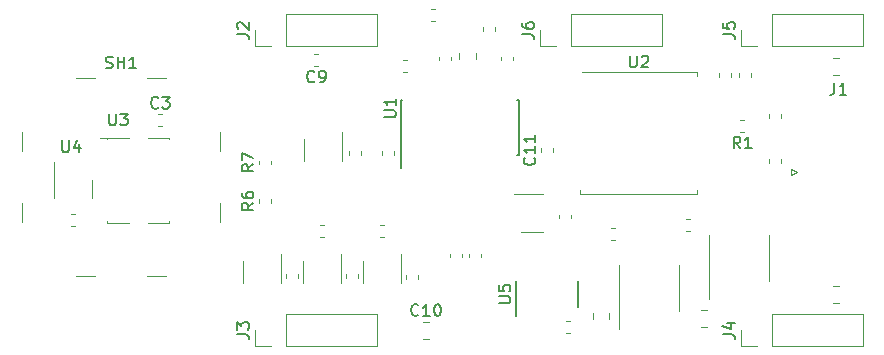
<source format=gbr>
G04 #@! TF.GenerationSoftware,KiCad,Pcbnew,5.1.5+dfsg1-2build2*
G04 #@! TF.CreationDate,2021-08-02T11:02:53-05:00*
G04 #@! TF.ProjectId,gpsdo,67707364-6f2e-46b6-9963-61645f706362,rev?*
G04 #@! TF.SameCoordinates,Original*
G04 #@! TF.FileFunction,Legend,Top*
G04 #@! TF.FilePolarity,Positive*
%FSLAX46Y46*%
G04 Gerber Fmt 4.6, Leading zero omitted, Abs format (unit mm)*
G04 Created by KiCad (PCBNEW 5.1.5+dfsg1-2build2) date 2021-08-02 11:02:53*
%MOMM*%
%LPD*%
G04 APERTURE LIST*
%ADD10C,0.120000*%
%ADD11C,0.150000*%
G04 APERTURE END LIST*
D10*
X61822779Y-30478000D02*
X61497221Y-30478000D01*
X61822779Y-31498000D02*
X61497221Y-31498000D01*
X68216463Y-27660880D02*
X68216463Y-27986438D01*
X69236463Y-27660880D02*
X69236463Y-27986438D01*
X45992000Y-42586000D02*
X45992000Y-44186000D01*
X29192000Y-42586000D02*
X29192000Y-44186000D01*
X45992000Y-36586000D02*
X45992000Y-38186000D01*
X29192000Y-36586000D02*
X29192000Y-38186000D01*
X39792000Y-48786000D02*
X41392000Y-48786000D01*
X39792000Y-31986000D02*
X41392000Y-31986000D01*
X33792000Y-48786000D02*
X35392000Y-48786000D01*
X33792000Y-31986000D02*
X35392000Y-31986000D01*
X86687922Y-53034000D02*
X87205078Y-53034000D01*
X86687922Y-51614000D02*
X87205078Y-51614000D01*
X78942000Y-52407078D02*
X78942000Y-51889922D01*
X77522000Y-52407078D02*
X77522000Y-51889922D01*
X97863922Y-31698000D02*
X98381078Y-31698000D01*
X97863922Y-30278000D02*
X98381078Y-30278000D01*
X97863922Y-51002000D02*
X98381078Y-51002000D01*
X97863922Y-49582000D02*
X98381078Y-49582000D01*
X79436279Y-44702000D02*
X79110721Y-44702000D01*
X79436279Y-45722000D02*
X79110721Y-45722000D01*
X74674000Y-43550721D02*
X74674000Y-43876279D01*
X75694000Y-43550721D02*
X75694000Y-43876279D01*
X85735279Y-43940000D02*
X85409721Y-43940000D01*
X85735279Y-44960000D02*
X85409721Y-44960000D01*
X87356000Y-47244000D02*
X87356000Y-50694000D01*
X87356000Y-47244000D02*
X87356000Y-45294000D01*
X92476000Y-47244000D02*
X92476000Y-49194000D01*
X92476000Y-47244000D02*
X92476000Y-45294000D01*
X79736000Y-49784000D02*
X79736000Y-53234000D01*
X79736000Y-49784000D02*
X79736000Y-47834000D01*
X84856000Y-49784000D02*
X84856000Y-51734000D01*
X84856000Y-49784000D02*
X84856000Y-47834000D01*
X63845221Y-27180000D02*
X64170779Y-27180000D01*
X63845221Y-26160000D02*
X64170779Y-26160000D01*
X73092000Y-29270000D02*
X73092000Y-27940000D01*
X74422000Y-29270000D02*
X73092000Y-29270000D01*
X75692000Y-29270000D02*
X75692000Y-26610000D01*
X75692000Y-26610000D02*
X83372000Y-26610000D01*
X75692000Y-29270000D02*
X83372000Y-29270000D01*
X83372000Y-29270000D02*
X83372000Y-26610000D01*
D11*
X71269000Y-38520000D02*
X71269000Y-33870000D01*
X61269000Y-39595000D02*
X61269000Y-33870000D01*
X71269000Y-38520000D02*
X71161500Y-38520000D01*
X71269000Y-33870000D02*
X71161500Y-33870000D01*
X61319000Y-33870000D02*
X61426500Y-33870000D01*
D10*
X73290000Y-41824000D02*
X70840000Y-41824000D01*
X71490000Y-45044000D02*
X73290000Y-45044000D01*
X57914000Y-38491279D02*
X57914000Y-38165721D01*
X56894000Y-38491279D02*
X56894000Y-38165721D01*
X52580000Y-48905279D02*
X52580000Y-48579721D01*
X51560000Y-48905279D02*
X51560000Y-48579721D01*
X56286000Y-39000000D02*
X56286000Y-36550000D01*
X53066000Y-37200000D02*
X53066000Y-39000000D01*
X51140000Y-49330000D02*
X51140000Y-46880000D01*
X47920000Y-47530000D02*
X47920000Y-49330000D01*
X59501721Y-45468000D02*
X59827279Y-45468000D01*
X59501721Y-44448000D02*
X59827279Y-44448000D01*
X54421721Y-45468000D02*
X54747279Y-45468000D01*
X54421721Y-44448000D02*
X54747279Y-44448000D01*
X57660000Y-48905279D02*
X57660000Y-48579721D01*
X56640000Y-48905279D02*
X56640000Y-48579721D01*
X62740000Y-48973180D02*
X62740000Y-48647622D01*
X61720000Y-48973180D02*
X61720000Y-48647622D01*
X56220000Y-49330000D02*
X56220000Y-46880000D01*
X53000000Y-47530000D02*
X53000000Y-49330000D01*
X61300000Y-49330000D02*
X61300000Y-46880000D01*
X58080000Y-47530000D02*
X58080000Y-49330000D01*
X74170000Y-38262779D02*
X74170000Y-37937221D01*
X73150000Y-38262779D02*
X73150000Y-37937221D01*
X63162922Y-54050000D02*
X63680078Y-54050000D01*
X63162922Y-52630000D02*
X63680078Y-52630000D01*
X54290279Y-29970000D02*
X53964721Y-29970000D01*
X54290279Y-30990000D02*
X53964721Y-30990000D01*
D11*
X71035000Y-52117000D02*
X71035000Y-49192000D01*
X76285000Y-51392000D02*
X76285000Y-49192000D01*
D10*
X50294000Y-39304279D02*
X50294000Y-38978721D01*
X49274000Y-39304279D02*
X49274000Y-38978721D01*
X50294000Y-42555279D02*
X50294000Y-42229721D01*
X49274000Y-42555279D02*
X49274000Y-42229721D01*
X90934000Y-31887279D02*
X90934000Y-31561721D01*
X89914000Y-31887279D02*
X89914000Y-31561721D01*
X88223175Y-31567233D02*
X88223175Y-31892791D01*
X89243175Y-31567233D02*
X89243175Y-31892791D01*
X65479000Y-46852721D02*
X65479000Y-47178279D01*
X66499000Y-46852721D02*
X66499000Y-47178279D01*
X68074000Y-47178279D02*
X68074000Y-46852721D01*
X67054000Y-47178279D02*
X67054000Y-46852721D01*
X90358279Y-35558000D02*
X90032721Y-35558000D01*
X90358279Y-36578000D02*
X90032721Y-36578000D01*
X92448852Y-38840849D02*
X92448852Y-39166407D01*
X93468852Y-38840849D02*
X93468852Y-39166407D01*
X75249721Y-53596000D02*
X75575279Y-53596000D01*
X75249721Y-52576000D02*
X75575279Y-52576000D01*
X60678212Y-38511854D02*
X60678212Y-38186296D01*
X59658212Y-38511854D02*
X59658212Y-38186296D01*
X70809428Y-30506434D02*
X70809428Y-30180876D01*
X69789428Y-30506434D02*
X69789428Y-30180876D01*
X33378771Y-44509028D02*
X33704329Y-44509028D01*
X33378771Y-43489028D02*
X33704329Y-43489028D01*
X40756721Y-36070000D02*
X41082279Y-36070000D01*
X40756721Y-35050000D02*
X41082279Y-35050000D01*
X65532853Y-30506434D02*
X65532853Y-30180876D01*
X64512853Y-30506434D02*
X64512853Y-30180876D01*
X92441992Y-35044986D02*
X92441992Y-35370544D01*
X93461992Y-35044986D02*
X93461992Y-35370544D01*
X90110000Y-29270000D02*
X90110000Y-27940000D01*
X91440000Y-29270000D02*
X90110000Y-29270000D01*
X92710000Y-29270000D02*
X92710000Y-26610000D01*
X92710000Y-26610000D02*
X100390000Y-26610000D01*
X92710000Y-29270000D02*
X100390000Y-29270000D01*
X100390000Y-29270000D02*
X100390000Y-26610000D01*
X90110000Y-54670000D02*
X90110000Y-53340000D01*
X91440000Y-54670000D02*
X90110000Y-54670000D01*
X92710000Y-54670000D02*
X92710000Y-52010000D01*
X92710000Y-52010000D02*
X100390000Y-52010000D01*
X92710000Y-54670000D02*
X100390000Y-54670000D01*
X100390000Y-54670000D02*
X100390000Y-52010000D01*
X48962000Y-54670000D02*
X48962000Y-53340000D01*
X50292000Y-54670000D02*
X48962000Y-54670000D01*
X51562000Y-54670000D02*
X51562000Y-52010000D01*
X51562000Y-52010000D02*
X59242000Y-52010000D01*
X51562000Y-54670000D02*
X59242000Y-54670000D01*
X59242000Y-54670000D02*
X59242000Y-52010000D01*
X48962000Y-29270000D02*
X48962000Y-27940000D01*
X50292000Y-29270000D02*
X48962000Y-29270000D01*
X51562000Y-29270000D02*
X51562000Y-26610000D01*
X51562000Y-26610000D02*
X59242000Y-26610000D01*
X51562000Y-29270000D02*
X59242000Y-29270000D01*
X59242000Y-29270000D02*
X59242000Y-26610000D01*
X67639000Y-30406078D02*
X67639000Y-29888922D01*
X66219000Y-30406078D02*
X66219000Y-29888922D01*
X94832000Y-39945000D02*
X94332000Y-40195000D01*
X94332000Y-40195000D02*
X94332000Y-39695000D01*
X94332000Y-39695000D02*
X94832000Y-39945000D01*
X31918000Y-39140000D02*
X31918000Y-42140000D01*
X35138000Y-40640000D02*
X35138000Y-42140000D01*
X86393678Y-31486062D02*
X86393678Y-31826062D01*
X76473678Y-41466062D02*
X76473678Y-41806062D01*
X86393678Y-41466062D02*
X86393678Y-41806062D01*
X76473678Y-41806062D02*
X86393678Y-41806062D01*
X76583678Y-31486062D02*
X86393678Y-31486062D01*
X38248000Y-37040000D02*
X35848000Y-37040000D01*
X36548000Y-44240000D02*
X38248000Y-44240000D01*
X39848000Y-44240000D02*
X41548000Y-44240000D01*
X41548000Y-37040000D02*
X39848000Y-37040000D01*
X41648000Y-37040000D02*
X41648000Y-37140000D01*
X41548000Y-37040000D02*
X41648000Y-37040000D01*
X41648000Y-44240000D02*
X41648000Y-44140000D01*
X41548000Y-44240000D02*
X41648000Y-44240000D01*
X36448000Y-44240000D02*
X36448000Y-44140000D01*
X36548000Y-44240000D02*
X36448000Y-44240000D01*
X36448000Y-37040000D02*
X36448000Y-37140000D01*
D11*
X36306285Y-31140761D02*
X36449142Y-31188380D01*
X36687238Y-31188380D01*
X36782476Y-31140761D01*
X36830095Y-31093142D01*
X36877714Y-30997904D01*
X36877714Y-30902666D01*
X36830095Y-30807428D01*
X36782476Y-30759809D01*
X36687238Y-30712190D01*
X36496761Y-30664571D01*
X36401523Y-30616952D01*
X36353904Y-30569333D01*
X36306285Y-30474095D01*
X36306285Y-30378857D01*
X36353904Y-30283619D01*
X36401523Y-30236000D01*
X36496761Y-30188380D01*
X36734857Y-30188380D01*
X36877714Y-30236000D01*
X37306285Y-31188380D02*
X37306285Y-30188380D01*
X37306285Y-30664571D02*
X37877714Y-30664571D01*
X37877714Y-31188380D02*
X37877714Y-30188380D01*
X38877714Y-31188380D02*
X38306285Y-31188380D01*
X38592000Y-31188380D02*
X38592000Y-30188380D01*
X38496761Y-30331238D01*
X38401523Y-30426476D01*
X38306285Y-30474095D01*
X71544380Y-28273333D02*
X72258666Y-28273333D01*
X72401523Y-28320952D01*
X72496761Y-28416190D01*
X72544380Y-28559047D01*
X72544380Y-28654285D01*
X71544380Y-27368571D02*
X71544380Y-27559047D01*
X71592000Y-27654285D01*
X71639619Y-27701904D01*
X71782476Y-27797142D01*
X71972952Y-27844761D01*
X72353904Y-27844761D01*
X72449142Y-27797142D01*
X72496761Y-27749523D01*
X72544380Y-27654285D01*
X72544380Y-27463809D01*
X72496761Y-27368571D01*
X72449142Y-27320952D01*
X72353904Y-27273333D01*
X72115809Y-27273333D01*
X72020571Y-27320952D01*
X71972952Y-27368571D01*
X71925333Y-27463809D01*
X71925333Y-27654285D01*
X71972952Y-27749523D01*
X72020571Y-27797142D01*
X72115809Y-27844761D01*
X59846380Y-35305904D02*
X60655904Y-35305904D01*
X60751142Y-35258285D01*
X60798761Y-35210666D01*
X60846380Y-35115428D01*
X60846380Y-34924952D01*
X60798761Y-34829714D01*
X60751142Y-34782095D01*
X60655904Y-34734476D01*
X59846380Y-34734476D01*
X60846380Y-33734476D02*
X60846380Y-34305904D01*
X60846380Y-34020190D02*
X59846380Y-34020190D01*
X59989238Y-34115428D01*
X60084476Y-34210666D01*
X60132095Y-34305904D01*
X72587142Y-38742857D02*
X72634761Y-38790476D01*
X72682380Y-38933333D01*
X72682380Y-39028571D01*
X72634761Y-39171428D01*
X72539523Y-39266666D01*
X72444285Y-39314285D01*
X72253809Y-39361904D01*
X72110952Y-39361904D01*
X71920476Y-39314285D01*
X71825238Y-39266666D01*
X71730000Y-39171428D01*
X71682380Y-39028571D01*
X71682380Y-38933333D01*
X71730000Y-38790476D01*
X71777619Y-38742857D01*
X72682380Y-37790476D02*
X72682380Y-38361904D01*
X72682380Y-38076190D02*
X71682380Y-38076190D01*
X71825238Y-38171428D01*
X71920476Y-38266666D01*
X71968095Y-38361904D01*
X72682380Y-36838095D02*
X72682380Y-37409523D01*
X72682380Y-37123809D02*
X71682380Y-37123809D01*
X71825238Y-37219047D01*
X71920476Y-37314285D01*
X71968095Y-37409523D01*
X62778642Y-52047142D02*
X62731023Y-52094761D01*
X62588166Y-52142380D01*
X62492928Y-52142380D01*
X62350071Y-52094761D01*
X62254833Y-51999523D01*
X62207214Y-51904285D01*
X62159595Y-51713809D01*
X62159595Y-51570952D01*
X62207214Y-51380476D01*
X62254833Y-51285238D01*
X62350071Y-51190000D01*
X62492928Y-51142380D01*
X62588166Y-51142380D01*
X62731023Y-51190000D01*
X62778642Y-51237619D01*
X63731023Y-52142380D02*
X63159595Y-52142380D01*
X63445309Y-52142380D02*
X63445309Y-51142380D01*
X63350071Y-51285238D01*
X63254833Y-51380476D01*
X63159595Y-51428095D01*
X64350071Y-51142380D02*
X64445309Y-51142380D01*
X64540547Y-51190000D01*
X64588166Y-51237619D01*
X64635785Y-51332857D01*
X64683404Y-51523333D01*
X64683404Y-51761428D01*
X64635785Y-51951904D01*
X64588166Y-52047142D01*
X64540547Y-52094761D01*
X64445309Y-52142380D01*
X64350071Y-52142380D01*
X64254833Y-52094761D01*
X64207214Y-52047142D01*
X64159595Y-51951904D01*
X64111976Y-51761428D01*
X64111976Y-51523333D01*
X64159595Y-51332857D01*
X64207214Y-51237619D01*
X64254833Y-51190000D01*
X64350071Y-51142380D01*
X53960833Y-32267142D02*
X53913214Y-32314761D01*
X53770357Y-32362380D01*
X53675119Y-32362380D01*
X53532261Y-32314761D01*
X53437023Y-32219523D01*
X53389404Y-32124285D01*
X53341785Y-31933809D01*
X53341785Y-31790952D01*
X53389404Y-31600476D01*
X53437023Y-31505238D01*
X53532261Y-31410000D01*
X53675119Y-31362380D01*
X53770357Y-31362380D01*
X53913214Y-31410000D01*
X53960833Y-31457619D01*
X54437023Y-32362380D02*
X54627500Y-32362380D01*
X54722738Y-32314761D01*
X54770357Y-32267142D01*
X54865595Y-32124285D01*
X54913214Y-31933809D01*
X54913214Y-31552857D01*
X54865595Y-31457619D01*
X54817976Y-31410000D01*
X54722738Y-31362380D01*
X54532261Y-31362380D01*
X54437023Y-31410000D01*
X54389404Y-31457619D01*
X54341785Y-31552857D01*
X54341785Y-31790952D01*
X54389404Y-31886190D01*
X54437023Y-31933809D01*
X54532261Y-31981428D01*
X54722738Y-31981428D01*
X54817976Y-31933809D01*
X54865595Y-31886190D01*
X54913214Y-31790952D01*
X69562380Y-51053904D02*
X70371904Y-51053904D01*
X70467142Y-51006285D01*
X70514761Y-50958666D01*
X70562380Y-50863428D01*
X70562380Y-50672952D01*
X70514761Y-50577714D01*
X70467142Y-50530095D01*
X70371904Y-50482476D01*
X69562380Y-50482476D01*
X69562380Y-49530095D02*
X69562380Y-50006285D01*
X70038571Y-50053904D01*
X69990952Y-50006285D01*
X69943333Y-49911047D01*
X69943333Y-49672952D01*
X69990952Y-49577714D01*
X70038571Y-49530095D01*
X70133809Y-49482476D01*
X70371904Y-49482476D01*
X70467142Y-49530095D01*
X70514761Y-49577714D01*
X70562380Y-49672952D01*
X70562380Y-49911047D01*
X70514761Y-50006285D01*
X70467142Y-50053904D01*
X48806380Y-39308166D02*
X48330190Y-39641500D01*
X48806380Y-39879595D02*
X47806380Y-39879595D01*
X47806380Y-39498642D01*
X47854000Y-39403404D01*
X47901619Y-39355785D01*
X47996857Y-39308166D01*
X48139714Y-39308166D01*
X48234952Y-39355785D01*
X48282571Y-39403404D01*
X48330190Y-39498642D01*
X48330190Y-39879595D01*
X47806380Y-38974833D02*
X47806380Y-38308166D01*
X48806380Y-38736738D01*
X48806380Y-42559166D02*
X48330190Y-42892500D01*
X48806380Y-43130595D02*
X47806380Y-43130595D01*
X47806380Y-42749642D01*
X47854000Y-42654404D01*
X47901619Y-42606785D01*
X47996857Y-42559166D01*
X48139714Y-42559166D01*
X48234952Y-42606785D01*
X48282571Y-42654404D01*
X48330190Y-42749642D01*
X48330190Y-43130595D01*
X47806380Y-41702023D02*
X47806380Y-41892500D01*
X47854000Y-41987738D01*
X47901619Y-42035357D01*
X48044476Y-42130595D01*
X48234952Y-42178214D01*
X48615904Y-42178214D01*
X48711142Y-42130595D01*
X48758761Y-42082976D01*
X48806380Y-41987738D01*
X48806380Y-41797261D01*
X48758761Y-41702023D01*
X48711142Y-41654404D01*
X48615904Y-41606785D01*
X48377809Y-41606785D01*
X48282571Y-41654404D01*
X48234952Y-41702023D01*
X48187333Y-41797261D01*
X48187333Y-41987738D01*
X48234952Y-42082976D01*
X48282571Y-42130595D01*
X48377809Y-42178214D01*
X90028833Y-37950380D02*
X89695500Y-37474190D01*
X89457404Y-37950380D02*
X89457404Y-36950380D01*
X89838357Y-36950380D01*
X89933595Y-36998000D01*
X89981214Y-37045619D01*
X90028833Y-37140857D01*
X90028833Y-37283714D01*
X89981214Y-37378952D01*
X89933595Y-37426571D01*
X89838357Y-37474190D01*
X89457404Y-37474190D01*
X90981214Y-37950380D02*
X90409785Y-37950380D01*
X90695500Y-37950380D02*
X90695500Y-36950380D01*
X90600261Y-37093238D01*
X90505023Y-37188476D01*
X90409785Y-37236095D01*
X40752833Y-34487142D02*
X40705214Y-34534761D01*
X40562357Y-34582380D01*
X40467119Y-34582380D01*
X40324261Y-34534761D01*
X40229023Y-34439523D01*
X40181404Y-34344285D01*
X40133785Y-34153809D01*
X40133785Y-34010952D01*
X40181404Y-33820476D01*
X40229023Y-33725238D01*
X40324261Y-33630000D01*
X40467119Y-33582380D01*
X40562357Y-33582380D01*
X40705214Y-33630000D01*
X40752833Y-33677619D01*
X41086166Y-33582380D02*
X41705214Y-33582380D01*
X41371880Y-33963333D01*
X41514738Y-33963333D01*
X41609976Y-34010952D01*
X41657595Y-34058571D01*
X41705214Y-34153809D01*
X41705214Y-34391904D01*
X41657595Y-34487142D01*
X41609976Y-34534761D01*
X41514738Y-34582380D01*
X41229023Y-34582380D01*
X41133785Y-34534761D01*
X41086166Y-34487142D01*
X88562380Y-28273333D02*
X89276666Y-28273333D01*
X89419523Y-28320952D01*
X89514761Y-28416190D01*
X89562380Y-28559047D01*
X89562380Y-28654285D01*
X88562380Y-27320952D02*
X88562380Y-27797142D01*
X89038571Y-27844761D01*
X88990952Y-27797142D01*
X88943333Y-27701904D01*
X88943333Y-27463809D01*
X88990952Y-27368571D01*
X89038571Y-27320952D01*
X89133809Y-27273333D01*
X89371904Y-27273333D01*
X89467142Y-27320952D01*
X89514761Y-27368571D01*
X89562380Y-27463809D01*
X89562380Y-27701904D01*
X89514761Y-27797142D01*
X89467142Y-27844761D01*
X88562380Y-53673333D02*
X89276666Y-53673333D01*
X89419523Y-53720952D01*
X89514761Y-53816190D01*
X89562380Y-53959047D01*
X89562380Y-54054285D01*
X88895714Y-52768571D02*
X89562380Y-52768571D01*
X88514761Y-53006666D02*
X89229047Y-53244761D01*
X89229047Y-52625714D01*
X47414380Y-53673333D02*
X48128666Y-53673333D01*
X48271523Y-53720952D01*
X48366761Y-53816190D01*
X48414380Y-53959047D01*
X48414380Y-54054285D01*
X47414380Y-53292380D02*
X47414380Y-52673333D01*
X47795333Y-53006666D01*
X47795333Y-52863809D01*
X47842952Y-52768571D01*
X47890571Y-52720952D01*
X47985809Y-52673333D01*
X48223904Y-52673333D01*
X48319142Y-52720952D01*
X48366761Y-52768571D01*
X48414380Y-52863809D01*
X48414380Y-53149523D01*
X48366761Y-53244761D01*
X48319142Y-53292380D01*
X47414380Y-28273333D02*
X48128666Y-28273333D01*
X48271523Y-28320952D01*
X48366761Y-28416190D01*
X48414380Y-28559047D01*
X48414380Y-28654285D01*
X47509619Y-27844761D02*
X47462000Y-27797142D01*
X47414380Y-27701904D01*
X47414380Y-27463809D01*
X47462000Y-27368571D01*
X47509619Y-27320952D01*
X47604857Y-27273333D01*
X47700095Y-27273333D01*
X47842952Y-27320952D01*
X48414380Y-27892380D01*
X48414380Y-27273333D01*
X97998666Y-32397380D02*
X97998666Y-33111666D01*
X97951047Y-33254523D01*
X97855809Y-33349761D01*
X97712952Y-33397380D01*
X97617714Y-33397380D01*
X98998666Y-33397380D02*
X98427238Y-33397380D01*
X98712952Y-33397380D02*
X98712952Y-32397380D01*
X98617714Y-32540238D01*
X98522476Y-32635476D01*
X98427238Y-32683095D01*
X32596120Y-37274394D02*
X32596120Y-38083918D01*
X32643739Y-38179156D01*
X32691358Y-38226775D01*
X32786596Y-38274394D01*
X32977072Y-38274394D01*
X33072310Y-38226775D01*
X33119929Y-38179156D01*
X33167548Y-38083918D01*
X33167548Y-37274394D01*
X34072310Y-37607728D02*
X34072310Y-38274394D01*
X33834215Y-37226775D02*
X33596120Y-37941061D01*
X34215167Y-37941061D01*
X80671773Y-30098442D02*
X80671773Y-30907966D01*
X80719392Y-31003204D01*
X80767011Y-31050823D01*
X80862249Y-31098442D01*
X81052725Y-31098442D01*
X81147963Y-31050823D01*
X81195582Y-31003204D01*
X81243201Y-30907966D01*
X81243201Y-30098442D01*
X81671773Y-30193681D02*
X81719392Y-30146062D01*
X81814630Y-30098442D01*
X82052725Y-30098442D01*
X82147963Y-30146062D01*
X82195582Y-30193681D01*
X82243201Y-30288919D01*
X82243201Y-30384157D01*
X82195582Y-30527014D01*
X81624154Y-31098442D01*
X82243201Y-31098442D01*
X36576095Y-35012380D02*
X36576095Y-35821904D01*
X36623714Y-35917142D01*
X36671333Y-35964761D01*
X36766571Y-36012380D01*
X36957047Y-36012380D01*
X37052285Y-35964761D01*
X37099904Y-35917142D01*
X37147523Y-35821904D01*
X37147523Y-35012380D01*
X37528476Y-35012380D02*
X38147523Y-35012380D01*
X37814190Y-35393333D01*
X37957047Y-35393333D01*
X38052285Y-35440952D01*
X38099904Y-35488571D01*
X38147523Y-35583809D01*
X38147523Y-35821904D01*
X38099904Y-35917142D01*
X38052285Y-35964761D01*
X37957047Y-36012380D01*
X37671333Y-36012380D01*
X37576095Y-35964761D01*
X37528476Y-35917142D01*
M02*

</source>
